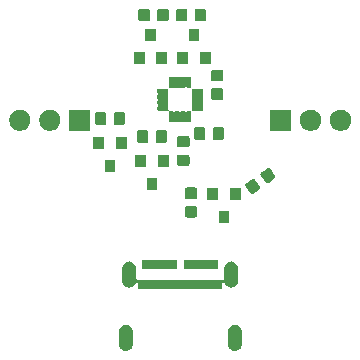
<source format=gbr>
G04 #@! TF.GenerationSoftware,KiCad,Pcbnew,5.1.5*
G04 #@! TF.CreationDate,2020-04-28T21:36:49+02:00*
G04 #@! TF.ProjectId,movingstar,6d6f7669-6e67-4737-9461-722e6b696361,rev?*
G04 #@! TF.SameCoordinates,Original*
G04 #@! TF.FileFunction,Soldermask,Bot*
G04 #@! TF.FilePolarity,Negative*
%FSLAX46Y46*%
G04 Gerber Fmt 4.6, Leading zero omitted, Abs format (unit mm)*
G04 Created by KiCad (PCBNEW 5.1.5) date 2020-04-28 21:36:49*
%MOMM*%
%LPD*%
G04 APERTURE LIST*
%ADD10C,0.100000*%
G04 APERTURE END LIST*
D10*
G36*
X195497818Y-119075696D02*
G01*
X195611105Y-119110062D01*
X195715512Y-119165869D01*
X195807027Y-119240973D01*
X195882131Y-119332488D01*
X195937938Y-119436895D01*
X195972304Y-119550182D01*
X195981000Y-119638481D01*
X195981000Y-120697519D01*
X195972304Y-120785818D01*
X195937938Y-120899105D01*
X195882131Y-121003512D01*
X195882130Y-121003513D01*
X195807027Y-121095027D01*
X195731923Y-121156662D01*
X195715511Y-121170131D01*
X195611104Y-121225938D01*
X195497817Y-121260304D01*
X195380000Y-121271907D01*
X195262182Y-121260304D01*
X195148895Y-121225938D01*
X195044488Y-121170131D01*
X195030572Y-121158711D01*
X194952973Y-121095027D01*
X194877870Y-121003512D01*
X194877869Y-121003511D01*
X194822062Y-120899104D01*
X194787696Y-120785817D01*
X194779000Y-120697518D01*
X194779001Y-119638481D01*
X194787697Y-119550182D01*
X194822063Y-119436895D01*
X194877870Y-119332488D01*
X194952974Y-119240973D01*
X195044489Y-119165869D01*
X195148896Y-119110062D01*
X195262183Y-119075696D01*
X195380000Y-119064093D01*
X195497818Y-119075696D01*
G37*
G36*
X204737818Y-119075696D02*
G01*
X204851105Y-119110062D01*
X204955512Y-119165869D01*
X205047027Y-119240973D01*
X205122131Y-119332488D01*
X205177938Y-119436895D01*
X205212304Y-119550182D01*
X205221000Y-119638481D01*
X205221000Y-120697519D01*
X205212304Y-120785818D01*
X205177938Y-120899105D01*
X205122131Y-121003512D01*
X205122130Y-121003513D01*
X205047027Y-121095027D01*
X204971923Y-121156662D01*
X204955511Y-121170131D01*
X204851104Y-121225938D01*
X204737817Y-121260304D01*
X204620000Y-121271907D01*
X204502182Y-121260304D01*
X204388895Y-121225938D01*
X204284488Y-121170131D01*
X204270572Y-121158711D01*
X204192973Y-121095027D01*
X204117870Y-121003512D01*
X204117869Y-121003511D01*
X204062062Y-120899104D01*
X204027696Y-120785817D01*
X204019000Y-120697518D01*
X204019001Y-119638481D01*
X204027697Y-119550182D01*
X204062063Y-119436895D01*
X204117870Y-119332488D01*
X204192974Y-119240973D01*
X204284489Y-119165869D01*
X204388896Y-119110062D01*
X204502183Y-119075696D01*
X204620000Y-119064093D01*
X204737818Y-119075696D01*
G37*
G36*
X204437818Y-113715696D02*
G01*
X204551105Y-113750062D01*
X204655512Y-113805869D01*
X204747027Y-113880973D01*
X204822131Y-113972488D01*
X204877938Y-114076895D01*
X204912304Y-114190182D01*
X204921000Y-114278481D01*
X204921000Y-115337519D01*
X204912304Y-115425818D01*
X204877938Y-115539105D01*
X204822131Y-115643512D01*
X204822130Y-115643513D01*
X204747027Y-115735027D01*
X204671923Y-115796662D01*
X204655511Y-115810131D01*
X204551104Y-115865938D01*
X204437817Y-115900304D01*
X204320000Y-115911907D01*
X204202182Y-115900304D01*
X204088895Y-115865938D01*
X203984488Y-115810131D01*
X203970572Y-115798711D01*
X203892973Y-115735027D01*
X203817870Y-115643512D01*
X203817869Y-115643511D01*
X203786238Y-115584334D01*
X203772625Y-115563959D01*
X203755298Y-115546632D01*
X203734923Y-115533019D01*
X203712284Y-115523641D01*
X203688251Y-115518861D01*
X203663747Y-115518861D01*
X203639714Y-115523641D01*
X203617075Y-115533019D01*
X203596700Y-115546632D01*
X203579373Y-115563959D01*
X203565760Y-115584334D01*
X203556382Y-115606973D01*
X203551602Y-115631006D01*
X203551000Y-115643258D01*
X203551000Y-116059000D01*
X196449000Y-116059000D01*
X196449000Y-115643258D01*
X196446598Y-115618873D01*
X196439485Y-115595424D01*
X196427934Y-115573813D01*
X196412389Y-115554871D01*
X196393447Y-115539326D01*
X196371836Y-115527775D01*
X196348387Y-115520662D01*
X196324001Y-115518260D01*
X196299615Y-115520662D01*
X196276166Y-115527775D01*
X196254555Y-115539326D01*
X196235613Y-115554871D01*
X196220068Y-115573813D01*
X196213762Y-115584335D01*
X196182131Y-115643512D01*
X196182130Y-115643513D01*
X196107027Y-115735027D01*
X196031923Y-115796662D01*
X196015511Y-115810131D01*
X195911104Y-115865938D01*
X195797817Y-115900304D01*
X195680000Y-115911907D01*
X195562182Y-115900304D01*
X195448895Y-115865938D01*
X195344488Y-115810131D01*
X195330572Y-115798711D01*
X195252973Y-115735027D01*
X195177870Y-115643512D01*
X195177869Y-115643511D01*
X195122062Y-115539104D01*
X195087696Y-115425817D01*
X195079000Y-115337518D01*
X195079001Y-114278481D01*
X195087697Y-114190182D01*
X195122063Y-114076895D01*
X195177870Y-113972488D01*
X195252974Y-113880973D01*
X195344489Y-113805869D01*
X195448896Y-113750062D01*
X195562183Y-113715696D01*
X195680000Y-113704093D01*
X195797818Y-113715696D01*
X195911105Y-113750062D01*
X196015512Y-113805869D01*
X196107027Y-113880973D01*
X196182131Y-113972488D01*
X196237938Y-114076895D01*
X196272304Y-114190182D01*
X196281000Y-114278481D01*
X196281000Y-115132001D01*
X196283402Y-115156387D01*
X196290515Y-115179836D01*
X196302066Y-115201447D01*
X196317611Y-115220389D01*
X196336553Y-115235934D01*
X196358164Y-115247485D01*
X196381613Y-115254598D01*
X196405999Y-115257000D01*
X203594001Y-115257000D01*
X203618387Y-115254598D01*
X203641836Y-115247485D01*
X203663447Y-115235934D01*
X203682389Y-115220389D01*
X203697934Y-115201447D01*
X203709485Y-115179836D01*
X203716598Y-115156387D01*
X203719000Y-115132001D01*
X203719001Y-114278481D01*
X203727697Y-114190182D01*
X203762063Y-114076895D01*
X203817870Y-113972488D01*
X203892974Y-113880973D01*
X203984489Y-113805869D01*
X204088896Y-113750062D01*
X204202183Y-113715696D01*
X204320000Y-113704093D01*
X204437818Y-113715696D01*
G37*
G36*
X203201000Y-114359000D02*
G01*
X200299000Y-114359000D01*
X200299000Y-113557000D01*
X203201000Y-113557000D01*
X203201000Y-114359000D01*
G37*
G36*
X199701000Y-114359000D02*
G01*
X196799000Y-114359000D01*
X196799000Y-113557000D01*
X199701000Y-113557000D01*
X199701000Y-114359000D01*
G37*
G36*
X204159000Y-110467000D02*
G01*
X203257000Y-110467000D01*
X203257000Y-109465000D01*
X204159000Y-109465000D01*
X204159000Y-110467000D01*
G37*
G36*
X201293591Y-109015085D02*
G01*
X201327569Y-109025393D01*
X201358890Y-109042134D01*
X201386339Y-109064661D01*
X201408866Y-109092110D01*
X201425607Y-109123431D01*
X201435915Y-109157409D01*
X201440000Y-109198890D01*
X201440000Y-109800110D01*
X201435915Y-109841591D01*
X201425607Y-109875569D01*
X201408866Y-109906890D01*
X201386339Y-109934339D01*
X201358890Y-109956866D01*
X201327569Y-109973607D01*
X201293591Y-109983915D01*
X201252110Y-109988000D01*
X200575890Y-109988000D01*
X200534409Y-109983915D01*
X200500431Y-109973607D01*
X200469110Y-109956866D01*
X200441661Y-109934339D01*
X200419134Y-109906890D01*
X200402393Y-109875569D01*
X200392085Y-109841591D01*
X200388000Y-109800110D01*
X200388000Y-109198890D01*
X200392085Y-109157409D01*
X200402393Y-109123431D01*
X200419134Y-109092110D01*
X200441661Y-109064661D01*
X200469110Y-109042134D01*
X200500431Y-109025393D01*
X200534409Y-109015085D01*
X200575890Y-109011000D01*
X201252110Y-109011000D01*
X201293591Y-109015085D01*
G37*
G36*
X205109000Y-108467000D02*
G01*
X204207000Y-108467000D01*
X204207000Y-107465000D01*
X205109000Y-107465000D01*
X205109000Y-108467000D01*
G37*
G36*
X203209000Y-108467000D02*
G01*
X202307000Y-108467000D01*
X202307000Y-107465000D01*
X203209000Y-107465000D01*
X203209000Y-108467000D01*
G37*
G36*
X201293591Y-107440085D02*
G01*
X201327569Y-107450393D01*
X201358890Y-107467134D01*
X201386339Y-107489661D01*
X201408866Y-107517110D01*
X201425607Y-107548431D01*
X201435915Y-107582409D01*
X201440000Y-107623890D01*
X201440000Y-108225110D01*
X201435915Y-108266591D01*
X201425607Y-108300569D01*
X201408866Y-108331890D01*
X201386339Y-108359339D01*
X201358890Y-108381866D01*
X201327569Y-108398607D01*
X201293591Y-108408915D01*
X201252110Y-108413000D01*
X200575890Y-108413000D01*
X200534409Y-108408915D01*
X200500431Y-108398607D01*
X200469110Y-108381866D01*
X200441661Y-108359339D01*
X200419134Y-108331890D01*
X200402393Y-108300569D01*
X200392085Y-108266591D01*
X200388000Y-108225110D01*
X200388000Y-107623890D01*
X200392085Y-107582409D01*
X200402393Y-107548431D01*
X200419134Y-107517110D01*
X200441661Y-107489661D01*
X200469110Y-107467134D01*
X200500431Y-107450393D01*
X200534409Y-107440085D01*
X200575890Y-107436000D01*
X201252110Y-107436000D01*
X201293591Y-107440085D01*
G37*
G36*
X206218456Y-106708359D02*
G01*
X206252820Y-106717326D01*
X206284770Y-106732823D01*
X206313082Y-106754254D01*
X206340765Y-106785408D01*
X206373893Y-106831005D01*
X206373895Y-106831007D01*
X206608007Y-107153235D01*
X206738241Y-107332486D01*
X206759316Y-107368444D01*
X206770951Y-107401995D01*
X206775816Y-107437168D01*
X206773725Y-107472618D01*
X206764758Y-107506983D01*
X206749264Y-107538927D01*
X206727827Y-107567246D01*
X206696675Y-107594927D01*
X206651078Y-107628055D01*
X206651076Y-107628057D01*
X206644824Y-107632599D01*
X206210277Y-107948316D01*
X206174313Y-107969395D01*
X206140765Y-107981029D01*
X206105592Y-107985894D01*
X206070142Y-107983803D01*
X206035778Y-107974836D01*
X206003828Y-107959339D01*
X205975516Y-107937908D01*
X205947833Y-107906754D01*
X205778001Y-107673000D01*
X205583486Y-107405274D01*
X205550357Y-107359676D01*
X205529282Y-107323718D01*
X205517647Y-107290167D01*
X205512782Y-107254994D01*
X205514873Y-107219544D01*
X205523840Y-107185179D01*
X205539334Y-107153235D01*
X205560771Y-107124916D01*
X205591923Y-107097235D01*
X205637520Y-107064107D01*
X205637522Y-107064105D01*
X206032727Y-106776972D01*
X206078321Y-106743846D01*
X206114285Y-106722767D01*
X206147833Y-106711133D01*
X206183006Y-106706268D01*
X206218456Y-106708359D01*
G37*
G36*
X198063000Y-107673000D02*
G01*
X197161000Y-107673000D01*
X197161000Y-106671000D01*
X198063000Y-106671000D01*
X198063000Y-107673000D01*
G37*
G36*
X207492658Y-105782597D02*
G01*
X207527022Y-105791564D01*
X207558972Y-105807061D01*
X207587284Y-105828492D01*
X207614967Y-105859646D01*
X207648095Y-105905243D01*
X207648097Y-105905245D01*
X207882209Y-106227473D01*
X208012443Y-106406724D01*
X208033518Y-106442682D01*
X208045153Y-106476233D01*
X208050018Y-106511406D01*
X208047927Y-106546856D01*
X208038960Y-106581221D01*
X208023466Y-106613165D01*
X208002029Y-106641484D01*
X207970877Y-106669165D01*
X207925280Y-106702293D01*
X207925278Y-106702295D01*
X207797383Y-106795216D01*
X207484479Y-107022554D01*
X207448515Y-107043633D01*
X207414967Y-107055267D01*
X207379794Y-107060132D01*
X207344344Y-107058041D01*
X207309980Y-107049074D01*
X207278030Y-107033577D01*
X207249718Y-107012146D01*
X207222035Y-106980992D01*
X207087061Y-106795216D01*
X206857688Y-106479512D01*
X206824559Y-106433914D01*
X206803484Y-106397956D01*
X206791849Y-106364405D01*
X206786984Y-106329232D01*
X206789075Y-106293782D01*
X206798042Y-106259417D01*
X206813536Y-106227473D01*
X206834973Y-106199154D01*
X206866125Y-106171473D01*
X206911722Y-106138345D01*
X206911724Y-106138343D01*
X207306929Y-105851210D01*
X207352523Y-105818084D01*
X207388487Y-105797005D01*
X207422035Y-105785371D01*
X207457208Y-105780506D01*
X207492658Y-105782597D01*
G37*
G36*
X194507000Y-106149000D02*
G01*
X193605000Y-106149000D01*
X193605000Y-105147000D01*
X194507000Y-105147000D01*
X194507000Y-106149000D01*
G37*
G36*
X199013000Y-105673000D02*
G01*
X198111000Y-105673000D01*
X198111000Y-104671000D01*
X199013000Y-104671000D01*
X199013000Y-105673000D01*
G37*
G36*
X197113000Y-105673000D02*
G01*
X196211000Y-105673000D01*
X196211000Y-104671000D01*
X197113000Y-104671000D01*
X197113000Y-105673000D01*
G37*
G36*
X200643351Y-104656445D02*
G01*
X200677329Y-104666753D01*
X200708650Y-104683494D01*
X200736099Y-104706021D01*
X200758626Y-104733470D01*
X200775367Y-104764791D01*
X200785675Y-104798769D01*
X200789760Y-104840250D01*
X200789760Y-105441470D01*
X200785675Y-105482951D01*
X200775367Y-105516929D01*
X200758626Y-105548250D01*
X200736099Y-105575699D01*
X200708650Y-105598226D01*
X200677329Y-105614967D01*
X200643351Y-105625275D01*
X200601870Y-105629360D01*
X199925650Y-105629360D01*
X199884169Y-105625275D01*
X199850191Y-105614967D01*
X199818870Y-105598226D01*
X199791421Y-105575699D01*
X199768894Y-105548250D01*
X199752153Y-105516929D01*
X199741845Y-105482951D01*
X199737760Y-105441470D01*
X199737760Y-104840250D01*
X199741845Y-104798769D01*
X199752153Y-104764791D01*
X199768894Y-104733470D01*
X199791421Y-104706021D01*
X199818870Y-104683494D01*
X199850191Y-104666753D01*
X199884169Y-104656445D01*
X199925650Y-104652360D01*
X200601870Y-104652360D01*
X200643351Y-104656445D01*
G37*
G36*
X193557000Y-104149000D02*
G01*
X192655000Y-104149000D01*
X192655000Y-103147000D01*
X193557000Y-103147000D01*
X193557000Y-104149000D01*
G37*
G36*
X195457000Y-104149000D02*
G01*
X194555000Y-104149000D01*
X194555000Y-103147000D01*
X195457000Y-103147000D01*
X195457000Y-104149000D01*
G37*
G36*
X200643351Y-103081445D02*
G01*
X200677329Y-103091753D01*
X200708650Y-103108494D01*
X200736099Y-103131021D01*
X200758626Y-103158470D01*
X200775367Y-103189791D01*
X200785675Y-103223769D01*
X200789760Y-103265250D01*
X200789760Y-103866470D01*
X200785675Y-103907951D01*
X200775367Y-103941929D01*
X200758626Y-103973250D01*
X200736099Y-104000699D01*
X200708650Y-104023226D01*
X200677329Y-104039967D01*
X200643351Y-104050275D01*
X200601870Y-104054360D01*
X199925650Y-104054360D01*
X199884169Y-104050275D01*
X199850191Y-104039967D01*
X199818870Y-104023226D01*
X199791421Y-104000699D01*
X199768894Y-103973250D01*
X199752153Y-103941929D01*
X199741845Y-103907951D01*
X199737760Y-103866470D01*
X199737760Y-103265250D01*
X199741845Y-103223769D01*
X199752153Y-103189791D01*
X199768894Y-103158470D01*
X199791421Y-103131021D01*
X199818870Y-103108494D01*
X199850191Y-103091753D01*
X199884169Y-103081445D01*
X199925650Y-103077360D01*
X200601870Y-103077360D01*
X200643351Y-103081445D01*
G37*
G36*
X197166591Y-102602085D02*
G01*
X197200569Y-102612393D01*
X197231890Y-102629134D01*
X197259339Y-102651661D01*
X197281866Y-102679110D01*
X197298607Y-102710431D01*
X197308915Y-102744409D01*
X197313000Y-102785890D01*
X197313000Y-103462110D01*
X197308915Y-103503591D01*
X197298607Y-103537569D01*
X197281866Y-103568890D01*
X197259339Y-103596339D01*
X197231890Y-103618866D01*
X197200569Y-103635607D01*
X197166591Y-103645915D01*
X197125110Y-103650000D01*
X196523890Y-103650000D01*
X196482409Y-103645915D01*
X196448431Y-103635607D01*
X196417110Y-103618866D01*
X196389661Y-103596339D01*
X196367134Y-103568890D01*
X196350393Y-103537569D01*
X196340085Y-103503591D01*
X196336000Y-103462110D01*
X196336000Y-102785890D01*
X196340085Y-102744409D01*
X196350393Y-102710431D01*
X196367134Y-102679110D01*
X196389661Y-102651661D01*
X196417110Y-102629134D01*
X196448431Y-102612393D01*
X196482409Y-102602085D01*
X196523890Y-102598000D01*
X197125110Y-102598000D01*
X197166591Y-102602085D01*
G37*
G36*
X198741591Y-102602085D02*
G01*
X198775569Y-102612393D01*
X198806890Y-102629134D01*
X198834339Y-102651661D01*
X198856866Y-102679110D01*
X198873607Y-102710431D01*
X198883915Y-102744409D01*
X198888000Y-102785890D01*
X198888000Y-103462110D01*
X198883915Y-103503591D01*
X198873607Y-103537569D01*
X198856866Y-103568890D01*
X198834339Y-103596339D01*
X198806890Y-103618866D01*
X198775569Y-103635607D01*
X198741591Y-103645915D01*
X198700110Y-103650000D01*
X198098890Y-103650000D01*
X198057409Y-103645915D01*
X198023431Y-103635607D01*
X197992110Y-103618866D01*
X197964661Y-103596339D01*
X197942134Y-103568890D01*
X197925393Y-103537569D01*
X197915085Y-103503591D01*
X197911000Y-103462110D01*
X197911000Y-102785890D01*
X197915085Y-102744409D01*
X197925393Y-102710431D01*
X197942134Y-102679110D01*
X197964661Y-102651661D01*
X197992110Y-102629134D01*
X198023431Y-102612393D01*
X198057409Y-102602085D01*
X198098890Y-102598000D01*
X198700110Y-102598000D01*
X198741591Y-102602085D01*
G37*
G36*
X201992591Y-102348085D02*
G01*
X202026569Y-102358393D01*
X202057890Y-102375134D01*
X202085339Y-102397661D01*
X202107866Y-102425110D01*
X202124607Y-102456431D01*
X202134915Y-102490409D01*
X202139000Y-102531890D01*
X202139000Y-103208110D01*
X202134915Y-103249591D01*
X202124607Y-103283569D01*
X202107866Y-103314890D01*
X202085339Y-103342339D01*
X202057890Y-103364866D01*
X202026569Y-103381607D01*
X201992591Y-103391915D01*
X201951110Y-103396000D01*
X201349890Y-103396000D01*
X201308409Y-103391915D01*
X201274431Y-103381607D01*
X201243110Y-103364866D01*
X201215661Y-103342339D01*
X201193134Y-103314890D01*
X201176393Y-103283569D01*
X201166085Y-103249591D01*
X201162000Y-103208110D01*
X201162000Y-102531890D01*
X201166085Y-102490409D01*
X201176393Y-102456431D01*
X201193134Y-102425110D01*
X201215661Y-102397661D01*
X201243110Y-102375134D01*
X201274431Y-102358393D01*
X201308409Y-102348085D01*
X201349890Y-102344000D01*
X201951110Y-102344000D01*
X201992591Y-102348085D01*
G37*
G36*
X203567591Y-102348085D02*
G01*
X203601569Y-102358393D01*
X203632890Y-102375134D01*
X203660339Y-102397661D01*
X203682866Y-102425110D01*
X203699607Y-102456431D01*
X203709915Y-102490409D01*
X203714000Y-102531890D01*
X203714000Y-103208110D01*
X203709915Y-103249591D01*
X203699607Y-103283569D01*
X203682866Y-103314890D01*
X203660339Y-103342339D01*
X203632890Y-103364866D01*
X203601569Y-103381607D01*
X203567591Y-103391915D01*
X203526110Y-103396000D01*
X202924890Y-103396000D01*
X202883409Y-103391915D01*
X202849431Y-103381607D01*
X202818110Y-103364866D01*
X202790661Y-103342339D01*
X202768134Y-103314890D01*
X202751393Y-103283569D01*
X202741085Y-103249591D01*
X202737000Y-103208110D01*
X202737000Y-102531890D01*
X202741085Y-102490409D01*
X202751393Y-102456431D01*
X202768134Y-102425110D01*
X202790661Y-102397661D01*
X202818110Y-102375134D01*
X202849431Y-102358393D01*
X202883409Y-102348085D01*
X202924890Y-102344000D01*
X203526110Y-102344000D01*
X203567591Y-102348085D01*
G37*
G36*
X213693512Y-100853927D02*
G01*
X213842812Y-100883624D01*
X214006784Y-100951544D01*
X214154354Y-101050147D01*
X214279853Y-101175646D01*
X214378456Y-101323216D01*
X214446376Y-101487188D01*
X214481000Y-101661259D01*
X214481000Y-101838741D01*
X214446376Y-102012812D01*
X214378456Y-102176784D01*
X214279853Y-102324354D01*
X214154354Y-102449853D01*
X214006784Y-102548456D01*
X213842812Y-102616376D01*
X213693512Y-102646073D01*
X213668742Y-102651000D01*
X213491258Y-102651000D01*
X213466488Y-102646073D01*
X213317188Y-102616376D01*
X213153216Y-102548456D01*
X213005646Y-102449853D01*
X212880147Y-102324354D01*
X212781544Y-102176784D01*
X212713624Y-102012812D01*
X212679000Y-101838741D01*
X212679000Y-101661259D01*
X212713624Y-101487188D01*
X212781544Y-101323216D01*
X212880147Y-101175646D01*
X213005646Y-101050147D01*
X213153216Y-100951544D01*
X213317188Y-100883624D01*
X213466488Y-100853927D01*
X213491258Y-100849000D01*
X213668742Y-100849000D01*
X213693512Y-100853927D01*
G37*
G36*
X211153512Y-100853927D02*
G01*
X211302812Y-100883624D01*
X211466784Y-100951544D01*
X211614354Y-101050147D01*
X211739853Y-101175646D01*
X211838456Y-101323216D01*
X211906376Y-101487188D01*
X211941000Y-101661259D01*
X211941000Y-101838741D01*
X211906376Y-102012812D01*
X211838456Y-102176784D01*
X211739853Y-102324354D01*
X211614354Y-102449853D01*
X211466784Y-102548456D01*
X211302812Y-102616376D01*
X211153512Y-102646073D01*
X211128742Y-102651000D01*
X210951258Y-102651000D01*
X210926488Y-102646073D01*
X210777188Y-102616376D01*
X210613216Y-102548456D01*
X210465646Y-102449853D01*
X210340147Y-102324354D01*
X210241544Y-102176784D01*
X210173624Y-102012812D01*
X210139000Y-101838741D01*
X210139000Y-101661259D01*
X210173624Y-101487188D01*
X210241544Y-101323216D01*
X210340147Y-101175646D01*
X210465646Y-101050147D01*
X210613216Y-100951544D01*
X210777188Y-100883624D01*
X210926488Y-100853927D01*
X210951258Y-100849000D01*
X211128742Y-100849000D01*
X211153512Y-100853927D01*
G37*
G36*
X192401000Y-102651000D02*
G01*
X190599000Y-102651000D01*
X190599000Y-100849000D01*
X192401000Y-100849000D01*
X192401000Y-102651000D01*
G37*
G36*
X186533512Y-100853927D02*
G01*
X186682812Y-100883624D01*
X186846784Y-100951544D01*
X186994354Y-101050147D01*
X187119853Y-101175646D01*
X187218456Y-101323216D01*
X187286376Y-101487188D01*
X187321000Y-101661259D01*
X187321000Y-101838741D01*
X187286376Y-102012812D01*
X187218456Y-102176784D01*
X187119853Y-102324354D01*
X186994354Y-102449853D01*
X186846784Y-102548456D01*
X186682812Y-102616376D01*
X186533512Y-102646073D01*
X186508742Y-102651000D01*
X186331258Y-102651000D01*
X186306488Y-102646073D01*
X186157188Y-102616376D01*
X185993216Y-102548456D01*
X185845646Y-102449853D01*
X185720147Y-102324354D01*
X185621544Y-102176784D01*
X185553624Y-102012812D01*
X185519000Y-101838741D01*
X185519000Y-101661259D01*
X185553624Y-101487188D01*
X185621544Y-101323216D01*
X185720147Y-101175646D01*
X185845646Y-101050147D01*
X185993216Y-100951544D01*
X186157188Y-100883624D01*
X186306488Y-100853927D01*
X186331258Y-100849000D01*
X186508742Y-100849000D01*
X186533512Y-100853927D01*
G37*
G36*
X189073512Y-100853927D02*
G01*
X189222812Y-100883624D01*
X189386784Y-100951544D01*
X189534354Y-101050147D01*
X189659853Y-101175646D01*
X189758456Y-101323216D01*
X189826376Y-101487188D01*
X189861000Y-101661259D01*
X189861000Y-101838741D01*
X189826376Y-102012812D01*
X189758456Y-102176784D01*
X189659853Y-102324354D01*
X189534354Y-102449853D01*
X189386784Y-102548456D01*
X189222812Y-102616376D01*
X189073512Y-102646073D01*
X189048742Y-102651000D01*
X188871258Y-102651000D01*
X188846488Y-102646073D01*
X188697188Y-102616376D01*
X188533216Y-102548456D01*
X188385646Y-102449853D01*
X188260147Y-102324354D01*
X188161544Y-102176784D01*
X188093624Y-102012812D01*
X188059000Y-101838741D01*
X188059000Y-101661259D01*
X188093624Y-101487188D01*
X188161544Y-101323216D01*
X188260147Y-101175646D01*
X188385646Y-101050147D01*
X188533216Y-100951544D01*
X188697188Y-100883624D01*
X188846488Y-100853927D01*
X188871258Y-100849000D01*
X189048742Y-100849000D01*
X189073512Y-100853927D01*
G37*
G36*
X209401000Y-102651000D02*
G01*
X207599000Y-102651000D01*
X207599000Y-100849000D01*
X209401000Y-100849000D01*
X209401000Y-102651000D01*
G37*
G36*
X193610591Y-101078085D02*
G01*
X193644569Y-101088393D01*
X193675890Y-101105134D01*
X193703339Y-101127661D01*
X193725866Y-101155110D01*
X193742607Y-101186431D01*
X193752915Y-101220409D01*
X193757000Y-101261890D01*
X193757000Y-101938110D01*
X193752915Y-101979591D01*
X193742607Y-102013569D01*
X193725866Y-102044890D01*
X193703339Y-102072339D01*
X193675890Y-102094866D01*
X193644569Y-102111607D01*
X193610591Y-102121915D01*
X193569110Y-102126000D01*
X192967890Y-102126000D01*
X192926409Y-102121915D01*
X192892431Y-102111607D01*
X192861110Y-102094866D01*
X192833661Y-102072339D01*
X192811134Y-102044890D01*
X192794393Y-102013569D01*
X192784085Y-101979591D01*
X192780000Y-101938110D01*
X192780000Y-101261890D01*
X192784085Y-101220409D01*
X192794393Y-101186431D01*
X192811134Y-101155110D01*
X192833661Y-101127661D01*
X192861110Y-101105134D01*
X192892431Y-101088393D01*
X192926409Y-101078085D01*
X192967890Y-101074000D01*
X193569110Y-101074000D01*
X193610591Y-101078085D01*
G37*
G36*
X195185591Y-101078085D02*
G01*
X195219569Y-101088393D01*
X195250890Y-101105134D01*
X195278339Y-101127661D01*
X195300866Y-101155110D01*
X195317607Y-101186431D01*
X195327915Y-101220409D01*
X195332000Y-101261890D01*
X195332000Y-101938110D01*
X195327915Y-101979591D01*
X195317607Y-102013569D01*
X195300866Y-102044890D01*
X195278339Y-102072339D01*
X195250890Y-102094866D01*
X195219569Y-102111607D01*
X195185591Y-102121915D01*
X195144110Y-102126000D01*
X194542890Y-102126000D01*
X194501409Y-102121915D01*
X194467431Y-102111607D01*
X194436110Y-102094866D01*
X194408661Y-102072339D01*
X194386134Y-102044890D01*
X194369393Y-102013569D01*
X194359085Y-101979591D01*
X194355000Y-101938110D01*
X194355000Y-101261890D01*
X194359085Y-101220409D01*
X194369393Y-101186431D01*
X194386134Y-101155110D01*
X194408661Y-101127661D01*
X194436110Y-101105134D01*
X194467431Y-101088393D01*
X194501409Y-101078085D01*
X194542890Y-101074000D01*
X195144110Y-101074000D01*
X195185591Y-101078085D01*
G37*
G36*
X199405355Y-98075083D02*
G01*
X199410029Y-98076501D01*
X199414330Y-98078800D01*
X199420702Y-98084029D01*
X199441076Y-98097643D01*
X199463715Y-98107020D01*
X199487749Y-98111800D01*
X199512253Y-98111800D01*
X199536286Y-98107019D01*
X199558925Y-98097642D01*
X199579298Y-98084029D01*
X199585670Y-98078800D01*
X199589971Y-98076501D01*
X199594645Y-98075083D01*
X199605641Y-98074000D01*
X199894359Y-98074000D01*
X199905355Y-98075083D01*
X199910029Y-98076501D01*
X199914330Y-98078800D01*
X199920702Y-98084029D01*
X199941076Y-98097643D01*
X199963715Y-98107020D01*
X199987749Y-98111800D01*
X200012253Y-98111800D01*
X200036286Y-98107019D01*
X200058925Y-98097642D01*
X200079298Y-98084029D01*
X200085670Y-98078800D01*
X200089971Y-98076501D01*
X200094645Y-98075083D01*
X200105641Y-98074000D01*
X200394359Y-98074000D01*
X200405355Y-98075083D01*
X200410029Y-98076501D01*
X200414330Y-98078800D01*
X200420702Y-98084029D01*
X200441076Y-98097643D01*
X200463715Y-98107020D01*
X200487749Y-98111800D01*
X200512253Y-98111800D01*
X200536286Y-98107019D01*
X200558925Y-98097642D01*
X200579298Y-98084029D01*
X200585670Y-98078800D01*
X200589971Y-98076501D01*
X200594645Y-98075083D01*
X200605641Y-98074000D01*
X200894359Y-98074000D01*
X200905355Y-98075083D01*
X200910029Y-98076501D01*
X200914331Y-98078800D01*
X200918104Y-98081896D01*
X200921200Y-98085669D01*
X200923499Y-98089971D01*
X200924917Y-98094645D01*
X200926000Y-98105641D01*
X200926000Y-98949001D01*
X200928402Y-98973387D01*
X200935515Y-98996836D01*
X200947066Y-99018447D01*
X200962611Y-99037389D01*
X200981553Y-99052934D01*
X201003164Y-99064485D01*
X201026613Y-99071598D01*
X201050999Y-99074000D01*
X201894359Y-99074000D01*
X201905355Y-99075083D01*
X201910029Y-99076501D01*
X201914331Y-99078800D01*
X201918104Y-99081896D01*
X201921200Y-99085669D01*
X201923499Y-99089971D01*
X201924917Y-99094645D01*
X201926000Y-99105641D01*
X201926000Y-99394359D01*
X201924917Y-99405355D01*
X201923499Y-99410029D01*
X201921200Y-99414330D01*
X201915971Y-99420702D01*
X201902357Y-99441076D01*
X201892980Y-99463715D01*
X201888200Y-99487749D01*
X201888200Y-99512253D01*
X201892981Y-99536286D01*
X201902358Y-99558925D01*
X201915971Y-99579298D01*
X201921200Y-99585670D01*
X201923499Y-99589971D01*
X201924917Y-99594645D01*
X201926000Y-99605641D01*
X201926000Y-99894359D01*
X201924917Y-99905355D01*
X201923499Y-99910029D01*
X201921200Y-99914330D01*
X201915971Y-99920702D01*
X201902357Y-99941076D01*
X201892980Y-99963715D01*
X201888200Y-99987749D01*
X201888200Y-100012253D01*
X201892981Y-100036286D01*
X201902358Y-100058925D01*
X201915971Y-100079298D01*
X201921200Y-100085670D01*
X201923499Y-100089971D01*
X201924917Y-100094645D01*
X201926000Y-100105641D01*
X201926000Y-100394359D01*
X201924917Y-100405355D01*
X201923499Y-100410029D01*
X201921200Y-100414330D01*
X201915971Y-100420702D01*
X201902357Y-100441076D01*
X201892980Y-100463715D01*
X201888200Y-100487749D01*
X201888200Y-100512253D01*
X201892981Y-100536286D01*
X201902358Y-100558925D01*
X201915971Y-100579298D01*
X201921200Y-100585670D01*
X201923499Y-100589971D01*
X201924917Y-100594645D01*
X201926000Y-100605641D01*
X201926000Y-100894359D01*
X201924917Y-100905355D01*
X201923499Y-100910029D01*
X201921200Y-100914331D01*
X201918104Y-100918104D01*
X201914331Y-100921200D01*
X201910029Y-100923499D01*
X201905355Y-100924917D01*
X201894359Y-100926000D01*
X201050999Y-100926000D01*
X201026613Y-100928402D01*
X201003164Y-100935515D01*
X200981553Y-100947066D01*
X200962611Y-100962611D01*
X200947066Y-100981553D01*
X200935515Y-101003164D01*
X200928402Y-101026613D01*
X200926000Y-101050999D01*
X200926000Y-101894359D01*
X200924917Y-101905355D01*
X200923499Y-101910029D01*
X200921200Y-101914331D01*
X200918104Y-101918104D01*
X200914331Y-101921200D01*
X200910029Y-101923499D01*
X200905355Y-101924917D01*
X200894359Y-101926000D01*
X200605641Y-101926000D01*
X200594645Y-101924917D01*
X200589971Y-101923499D01*
X200585670Y-101921200D01*
X200579298Y-101915971D01*
X200558924Y-101902357D01*
X200536285Y-101892980D01*
X200512251Y-101888200D01*
X200487747Y-101888200D01*
X200463714Y-101892981D01*
X200441075Y-101902358D01*
X200420702Y-101915971D01*
X200414330Y-101921200D01*
X200410029Y-101923499D01*
X200405355Y-101924917D01*
X200394359Y-101926000D01*
X200105641Y-101926000D01*
X200094645Y-101924917D01*
X200089971Y-101923499D01*
X200085670Y-101921200D01*
X200079298Y-101915971D01*
X200058924Y-101902357D01*
X200036285Y-101892980D01*
X200012251Y-101888200D01*
X199987747Y-101888200D01*
X199963714Y-101892981D01*
X199941075Y-101902358D01*
X199920702Y-101915971D01*
X199914330Y-101921200D01*
X199910029Y-101923499D01*
X199905355Y-101924917D01*
X199894359Y-101926000D01*
X199605641Y-101926000D01*
X199594645Y-101924917D01*
X199589971Y-101923499D01*
X199585670Y-101921200D01*
X199579298Y-101915971D01*
X199558924Y-101902357D01*
X199536285Y-101892980D01*
X199512251Y-101888200D01*
X199487747Y-101888200D01*
X199463714Y-101892981D01*
X199441075Y-101902358D01*
X199420702Y-101915971D01*
X199414330Y-101921200D01*
X199410029Y-101923499D01*
X199405355Y-101924917D01*
X199394359Y-101926000D01*
X199105641Y-101926000D01*
X199094645Y-101924917D01*
X199089971Y-101923499D01*
X199085669Y-101921200D01*
X199081896Y-101918104D01*
X199078800Y-101914331D01*
X199076501Y-101910029D01*
X199075083Y-101905355D01*
X199074000Y-101894359D01*
X199074000Y-101050999D01*
X199071598Y-101026613D01*
X199064485Y-101003164D01*
X199052934Y-100981553D01*
X199037389Y-100962611D01*
X199018447Y-100947066D01*
X198996836Y-100935515D01*
X198973387Y-100928402D01*
X198949001Y-100926000D01*
X198105641Y-100926000D01*
X198094645Y-100924917D01*
X198089971Y-100923499D01*
X198085669Y-100921200D01*
X198081896Y-100918104D01*
X198078800Y-100914331D01*
X198076501Y-100910029D01*
X198075083Y-100905355D01*
X198074000Y-100894359D01*
X198074000Y-100605641D01*
X198075083Y-100594645D01*
X198076501Y-100589971D01*
X198078800Y-100585670D01*
X198084029Y-100579298D01*
X198097643Y-100558924D01*
X198107020Y-100536285D01*
X198111800Y-100512251D01*
X198111800Y-100487747D01*
X198107019Y-100463714D01*
X198097642Y-100441075D01*
X198084029Y-100420702D01*
X198078800Y-100414330D01*
X198076501Y-100410029D01*
X198075083Y-100405355D01*
X198074000Y-100394359D01*
X198074000Y-100105641D01*
X198075083Y-100094645D01*
X198076501Y-100089971D01*
X198078800Y-100085670D01*
X198084029Y-100079298D01*
X198097643Y-100058924D01*
X198107020Y-100036285D01*
X198111800Y-100012251D01*
X198111800Y-99987747D01*
X198107019Y-99963714D01*
X198097642Y-99941075D01*
X198084029Y-99920702D01*
X198078800Y-99914330D01*
X198076501Y-99910029D01*
X198075083Y-99905355D01*
X198074000Y-99894359D01*
X198074000Y-99605641D01*
X198075083Y-99594645D01*
X198076501Y-99589971D01*
X198078800Y-99585670D01*
X198084029Y-99579298D01*
X198097643Y-99558924D01*
X198107020Y-99536285D01*
X198111800Y-99512251D01*
X198111800Y-99487749D01*
X198963200Y-99487749D01*
X198963200Y-99512253D01*
X198967981Y-99536286D01*
X198977358Y-99558925D01*
X198990971Y-99579298D01*
X198996200Y-99585670D01*
X198998499Y-99589971D01*
X198999917Y-99594645D01*
X199001000Y-99605641D01*
X199001000Y-99894359D01*
X198999917Y-99905355D01*
X198998499Y-99910029D01*
X198996200Y-99914330D01*
X198990971Y-99920702D01*
X198977357Y-99941076D01*
X198967980Y-99963715D01*
X198963200Y-99987749D01*
X198963200Y-100012253D01*
X198967981Y-100036286D01*
X198977358Y-100058925D01*
X198990971Y-100079298D01*
X198996200Y-100085670D01*
X198998499Y-100089971D01*
X198999917Y-100094645D01*
X199001000Y-100105641D01*
X199001000Y-100394359D01*
X198999917Y-100405355D01*
X198998499Y-100410029D01*
X198996200Y-100414330D01*
X198990971Y-100420702D01*
X198977357Y-100441076D01*
X198967980Y-100463715D01*
X198963200Y-100487749D01*
X198963200Y-100512253D01*
X198967981Y-100536286D01*
X198977358Y-100558925D01*
X198990971Y-100579298D01*
X198996200Y-100585670D01*
X198998499Y-100589971D01*
X198999917Y-100594645D01*
X199001000Y-100605641D01*
X199001000Y-100874001D01*
X199003402Y-100898387D01*
X199010515Y-100921836D01*
X199022066Y-100943447D01*
X199037611Y-100962389D01*
X199056553Y-100977934D01*
X199078164Y-100989485D01*
X199101613Y-100996598D01*
X199125999Y-100999000D01*
X199394359Y-100999000D01*
X199405355Y-101000083D01*
X199410029Y-101001501D01*
X199414330Y-101003800D01*
X199420702Y-101009029D01*
X199441076Y-101022643D01*
X199463715Y-101032020D01*
X199487749Y-101036800D01*
X199512253Y-101036800D01*
X199536286Y-101032019D01*
X199558925Y-101022642D01*
X199579298Y-101009029D01*
X199585670Y-101003800D01*
X199589971Y-101001501D01*
X199594645Y-101000083D01*
X199605641Y-100999000D01*
X199894359Y-100999000D01*
X199905355Y-101000083D01*
X199910029Y-101001501D01*
X199914330Y-101003800D01*
X199920702Y-101009029D01*
X199941076Y-101022643D01*
X199963715Y-101032020D01*
X199987749Y-101036800D01*
X200012253Y-101036800D01*
X200036286Y-101032019D01*
X200058925Y-101022642D01*
X200079298Y-101009029D01*
X200085670Y-101003800D01*
X200089971Y-101001501D01*
X200094645Y-101000083D01*
X200105641Y-100999000D01*
X200394359Y-100999000D01*
X200405355Y-101000083D01*
X200410029Y-101001501D01*
X200414330Y-101003800D01*
X200420702Y-101009029D01*
X200441076Y-101022643D01*
X200463715Y-101032020D01*
X200487749Y-101036800D01*
X200512253Y-101036800D01*
X200536286Y-101032019D01*
X200558925Y-101022642D01*
X200579298Y-101009029D01*
X200585670Y-101003800D01*
X200589971Y-101001501D01*
X200594645Y-101000083D01*
X200605641Y-100999000D01*
X200874001Y-100999000D01*
X200898387Y-100996598D01*
X200921836Y-100989485D01*
X200943447Y-100977934D01*
X200962389Y-100962389D01*
X200977934Y-100943447D01*
X200989485Y-100921836D01*
X200996598Y-100898387D01*
X200999000Y-100874001D01*
X200999000Y-100605641D01*
X201000083Y-100594645D01*
X201001501Y-100589971D01*
X201003800Y-100585670D01*
X201009029Y-100579298D01*
X201022643Y-100558924D01*
X201032020Y-100536285D01*
X201036800Y-100512251D01*
X201036800Y-100487747D01*
X201032019Y-100463714D01*
X201022642Y-100441075D01*
X201009029Y-100420702D01*
X201003800Y-100414330D01*
X201001501Y-100410029D01*
X201000083Y-100405355D01*
X200999000Y-100394359D01*
X200999000Y-100105641D01*
X201000083Y-100094645D01*
X201001501Y-100089971D01*
X201003800Y-100085670D01*
X201009029Y-100079298D01*
X201022643Y-100058924D01*
X201032020Y-100036285D01*
X201036800Y-100012251D01*
X201036800Y-99987747D01*
X201032019Y-99963714D01*
X201022642Y-99941075D01*
X201009029Y-99920702D01*
X201003800Y-99914330D01*
X201001501Y-99910029D01*
X201000083Y-99905355D01*
X200999000Y-99894359D01*
X200999000Y-99605641D01*
X201000083Y-99594645D01*
X201001501Y-99589971D01*
X201003800Y-99585670D01*
X201009029Y-99579298D01*
X201022643Y-99558924D01*
X201032020Y-99536285D01*
X201036800Y-99512251D01*
X201036800Y-99487747D01*
X201032019Y-99463714D01*
X201022642Y-99441075D01*
X201009029Y-99420702D01*
X201003800Y-99414330D01*
X201001501Y-99410029D01*
X201000083Y-99405355D01*
X200999000Y-99394359D01*
X200999000Y-99125999D01*
X200996598Y-99101613D01*
X200989485Y-99078164D01*
X200977934Y-99056553D01*
X200962389Y-99037611D01*
X200943447Y-99022066D01*
X200921836Y-99010515D01*
X200898387Y-99003402D01*
X200874001Y-99001000D01*
X200605641Y-99001000D01*
X200594645Y-98999917D01*
X200589971Y-98998499D01*
X200585670Y-98996200D01*
X200579298Y-98990971D01*
X200558924Y-98977357D01*
X200536285Y-98967980D01*
X200512251Y-98963200D01*
X200487747Y-98963200D01*
X200463714Y-98967981D01*
X200441075Y-98977358D01*
X200420702Y-98990971D01*
X200414330Y-98996200D01*
X200410029Y-98998499D01*
X200405355Y-98999917D01*
X200394359Y-99001000D01*
X200105641Y-99001000D01*
X200094645Y-98999917D01*
X200089971Y-98998499D01*
X200085670Y-98996200D01*
X200079298Y-98990971D01*
X200058924Y-98977357D01*
X200036285Y-98967980D01*
X200012251Y-98963200D01*
X199987747Y-98963200D01*
X199963714Y-98967981D01*
X199941075Y-98977358D01*
X199920702Y-98990971D01*
X199914330Y-98996200D01*
X199910029Y-98998499D01*
X199905355Y-98999917D01*
X199894359Y-99001000D01*
X199605641Y-99001000D01*
X199594645Y-98999917D01*
X199589971Y-98998499D01*
X199585670Y-98996200D01*
X199579298Y-98990971D01*
X199558924Y-98977357D01*
X199536285Y-98967980D01*
X199512251Y-98963200D01*
X199487747Y-98963200D01*
X199463714Y-98967981D01*
X199441075Y-98977358D01*
X199420702Y-98990971D01*
X199414330Y-98996200D01*
X199410029Y-98998499D01*
X199405355Y-98999917D01*
X199394359Y-99001000D01*
X199125999Y-99001000D01*
X199101613Y-99003402D01*
X199078164Y-99010515D01*
X199056553Y-99022066D01*
X199037611Y-99037611D01*
X199022066Y-99056553D01*
X199010515Y-99078164D01*
X199003402Y-99101613D01*
X199001000Y-99125999D01*
X199001000Y-99394359D01*
X198999917Y-99405355D01*
X198998499Y-99410029D01*
X198996200Y-99414330D01*
X198990971Y-99420702D01*
X198977357Y-99441076D01*
X198967980Y-99463715D01*
X198963200Y-99487749D01*
X198111800Y-99487749D01*
X198111800Y-99487747D01*
X198107019Y-99463714D01*
X198097642Y-99441075D01*
X198084029Y-99420702D01*
X198078800Y-99414330D01*
X198076501Y-99410029D01*
X198075083Y-99405355D01*
X198074000Y-99394359D01*
X198074000Y-99105641D01*
X198075083Y-99094645D01*
X198076501Y-99089971D01*
X198078800Y-99085669D01*
X198081896Y-99081896D01*
X198085669Y-99078800D01*
X198089971Y-99076501D01*
X198094645Y-99075083D01*
X198105641Y-99074000D01*
X198949001Y-99074000D01*
X198973387Y-99071598D01*
X198996836Y-99064485D01*
X199018447Y-99052934D01*
X199037389Y-99037389D01*
X199052934Y-99018447D01*
X199064485Y-98996836D01*
X199071598Y-98973387D01*
X199074000Y-98949001D01*
X199074000Y-98105641D01*
X199075083Y-98094645D01*
X199076501Y-98089971D01*
X199078800Y-98085669D01*
X199081896Y-98081896D01*
X199085669Y-98078800D01*
X199089971Y-98076501D01*
X199094645Y-98075083D01*
X199105641Y-98074000D01*
X199394359Y-98074000D01*
X199405355Y-98075083D01*
G37*
G36*
X203516091Y-99045585D02*
G01*
X203550069Y-99055893D01*
X203581390Y-99072634D01*
X203608839Y-99095161D01*
X203631366Y-99122610D01*
X203648107Y-99153931D01*
X203658415Y-99187909D01*
X203662500Y-99229390D01*
X203662500Y-99830610D01*
X203658415Y-99872091D01*
X203648107Y-99906069D01*
X203631366Y-99937390D01*
X203608839Y-99964839D01*
X203581390Y-99987366D01*
X203550069Y-100004107D01*
X203516091Y-100014415D01*
X203474610Y-100018500D01*
X202798390Y-100018500D01*
X202756909Y-100014415D01*
X202722931Y-100004107D01*
X202691610Y-99987366D01*
X202664161Y-99964839D01*
X202641634Y-99937390D01*
X202624893Y-99906069D01*
X202614585Y-99872091D01*
X202610500Y-99830610D01*
X202610500Y-99229390D01*
X202614585Y-99187909D01*
X202624893Y-99153931D01*
X202641634Y-99122610D01*
X202664161Y-99095161D01*
X202691610Y-99072634D01*
X202722931Y-99055893D01*
X202756909Y-99045585D01*
X202798390Y-99041500D01*
X203474610Y-99041500D01*
X203516091Y-99045585D01*
G37*
G36*
X203516091Y-97470585D02*
G01*
X203550069Y-97480893D01*
X203581390Y-97497634D01*
X203608839Y-97520161D01*
X203631366Y-97547610D01*
X203648107Y-97578931D01*
X203658415Y-97612909D01*
X203662500Y-97654390D01*
X203662500Y-98255610D01*
X203658415Y-98297091D01*
X203648107Y-98331069D01*
X203631366Y-98362390D01*
X203608839Y-98389839D01*
X203581390Y-98412366D01*
X203550069Y-98429107D01*
X203516091Y-98439415D01*
X203474610Y-98443500D01*
X202798390Y-98443500D01*
X202756909Y-98439415D01*
X202722931Y-98429107D01*
X202691610Y-98412366D01*
X202664161Y-98389839D01*
X202641634Y-98362390D01*
X202624893Y-98331069D01*
X202614585Y-98297091D01*
X202610500Y-98255610D01*
X202610500Y-97654390D01*
X202614585Y-97612909D01*
X202624893Y-97578931D01*
X202641634Y-97547610D01*
X202664161Y-97520161D01*
X202691610Y-97497634D01*
X202722931Y-97480893D01*
X202756909Y-97470585D01*
X202798390Y-97466500D01*
X203474610Y-97466500D01*
X203516091Y-97470585D01*
G37*
G36*
X198886000Y-97005000D02*
G01*
X197984000Y-97005000D01*
X197984000Y-96003000D01*
X198886000Y-96003000D01*
X198886000Y-97005000D01*
G37*
G36*
X202569000Y-97005000D02*
G01*
X201667000Y-97005000D01*
X201667000Y-96003000D01*
X202569000Y-96003000D01*
X202569000Y-97005000D01*
G37*
G36*
X200669000Y-97005000D02*
G01*
X199767000Y-97005000D01*
X199767000Y-96003000D01*
X200669000Y-96003000D01*
X200669000Y-97005000D01*
G37*
G36*
X196986000Y-97005000D02*
G01*
X196084000Y-97005000D01*
X196084000Y-96003000D01*
X196986000Y-96003000D01*
X196986000Y-97005000D01*
G37*
G36*
X197936000Y-95005000D02*
G01*
X197034000Y-95005000D01*
X197034000Y-94003000D01*
X197936000Y-94003000D01*
X197936000Y-95005000D01*
G37*
G36*
X201619000Y-95005000D02*
G01*
X200717000Y-95005000D01*
X200717000Y-94003000D01*
X201619000Y-94003000D01*
X201619000Y-95005000D01*
G37*
G36*
X200468591Y-92315085D02*
G01*
X200502569Y-92325393D01*
X200533890Y-92342134D01*
X200561339Y-92364661D01*
X200583866Y-92392110D01*
X200600607Y-92423431D01*
X200610915Y-92457409D01*
X200615000Y-92498890D01*
X200615000Y-93175110D01*
X200610915Y-93216591D01*
X200600607Y-93250569D01*
X200583866Y-93281890D01*
X200561339Y-93309339D01*
X200533890Y-93331866D01*
X200502569Y-93348607D01*
X200468591Y-93358915D01*
X200427110Y-93363000D01*
X199825890Y-93363000D01*
X199784409Y-93358915D01*
X199750431Y-93348607D01*
X199719110Y-93331866D01*
X199691661Y-93309339D01*
X199669134Y-93281890D01*
X199652393Y-93250569D01*
X199642085Y-93216591D01*
X199638000Y-93175110D01*
X199638000Y-92498890D01*
X199642085Y-92457409D01*
X199652393Y-92423431D01*
X199669134Y-92392110D01*
X199691661Y-92364661D01*
X199719110Y-92342134D01*
X199750431Y-92325393D01*
X199784409Y-92315085D01*
X199825890Y-92311000D01*
X200427110Y-92311000D01*
X200468591Y-92315085D01*
G37*
G36*
X198868591Y-92315085D02*
G01*
X198902569Y-92325393D01*
X198933890Y-92342134D01*
X198961339Y-92364661D01*
X198983866Y-92392110D01*
X199000607Y-92423431D01*
X199010915Y-92457409D01*
X199015000Y-92498890D01*
X199015000Y-93175110D01*
X199010915Y-93216591D01*
X199000607Y-93250569D01*
X198983866Y-93281890D01*
X198961339Y-93309339D01*
X198933890Y-93331866D01*
X198902569Y-93348607D01*
X198868591Y-93358915D01*
X198827110Y-93363000D01*
X198225890Y-93363000D01*
X198184409Y-93358915D01*
X198150431Y-93348607D01*
X198119110Y-93331866D01*
X198091661Y-93309339D01*
X198069134Y-93281890D01*
X198052393Y-93250569D01*
X198042085Y-93216591D01*
X198038000Y-93175110D01*
X198038000Y-92498890D01*
X198042085Y-92457409D01*
X198052393Y-92423431D01*
X198069134Y-92392110D01*
X198091661Y-92364661D01*
X198119110Y-92342134D01*
X198150431Y-92325393D01*
X198184409Y-92315085D01*
X198225890Y-92311000D01*
X198827110Y-92311000D01*
X198868591Y-92315085D01*
G37*
G36*
X202043591Y-92315085D02*
G01*
X202077569Y-92325393D01*
X202108890Y-92342134D01*
X202136339Y-92364661D01*
X202158866Y-92392110D01*
X202175607Y-92423431D01*
X202185915Y-92457409D01*
X202190000Y-92498890D01*
X202190000Y-93175110D01*
X202185915Y-93216591D01*
X202175607Y-93250569D01*
X202158866Y-93281890D01*
X202136339Y-93309339D01*
X202108890Y-93331866D01*
X202077569Y-93348607D01*
X202043591Y-93358915D01*
X202002110Y-93363000D01*
X201400890Y-93363000D01*
X201359409Y-93358915D01*
X201325431Y-93348607D01*
X201294110Y-93331866D01*
X201266661Y-93309339D01*
X201244134Y-93281890D01*
X201227393Y-93250569D01*
X201217085Y-93216591D01*
X201213000Y-93175110D01*
X201213000Y-92498890D01*
X201217085Y-92457409D01*
X201227393Y-92423431D01*
X201244134Y-92392110D01*
X201266661Y-92364661D01*
X201294110Y-92342134D01*
X201325431Y-92325393D01*
X201359409Y-92315085D01*
X201400890Y-92311000D01*
X202002110Y-92311000D01*
X202043591Y-92315085D01*
G37*
G36*
X197293591Y-92315085D02*
G01*
X197327569Y-92325393D01*
X197358890Y-92342134D01*
X197386339Y-92364661D01*
X197408866Y-92392110D01*
X197425607Y-92423431D01*
X197435915Y-92457409D01*
X197440000Y-92498890D01*
X197440000Y-93175110D01*
X197435915Y-93216591D01*
X197425607Y-93250569D01*
X197408866Y-93281890D01*
X197386339Y-93309339D01*
X197358890Y-93331866D01*
X197327569Y-93348607D01*
X197293591Y-93358915D01*
X197252110Y-93363000D01*
X196650890Y-93363000D01*
X196609409Y-93358915D01*
X196575431Y-93348607D01*
X196544110Y-93331866D01*
X196516661Y-93309339D01*
X196494134Y-93281890D01*
X196477393Y-93250569D01*
X196467085Y-93216591D01*
X196463000Y-93175110D01*
X196463000Y-92498890D01*
X196467085Y-92457409D01*
X196477393Y-92423431D01*
X196494134Y-92392110D01*
X196516661Y-92364661D01*
X196544110Y-92342134D01*
X196575431Y-92325393D01*
X196609409Y-92315085D01*
X196650890Y-92311000D01*
X197252110Y-92311000D01*
X197293591Y-92315085D01*
G37*
M02*

</source>
